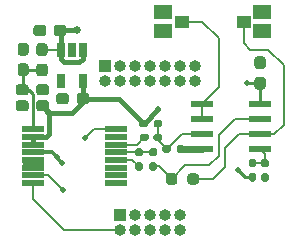
<source format=gbr>
%TF.GenerationSoftware,KiCad,Pcbnew,(5.1.8)-1*%
%TF.CreationDate,2021-11-11T12:40:01-05:00*%
%TF.ProjectId,Metal_flaw_sensor,4d657461-6c5f-4666-9c61-775f73656e73,rev?*%
%TF.SameCoordinates,Original*%
%TF.FileFunction,Copper,L1,Top*%
%TF.FilePolarity,Positive*%
%FSLAX46Y46*%
G04 Gerber Fmt 4.6, Leading zero omitted, Abs format (unit mm)*
G04 Created by KiCad (PCBNEW (5.1.8)-1) date 2021-11-11 12:40:01*
%MOMM*%
%LPD*%
G01*
G04 APERTURE LIST*
%TA.AperFunction,ComponentPad*%
%ADD10O,1.000000X1.000000*%
%TD*%
%TA.AperFunction,ComponentPad*%
%ADD11R,1.000000X1.000000*%
%TD*%
%TA.AperFunction,SMDPad,CuDef*%
%ADD12R,1.900000X0.480000*%
%TD*%
%TA.AperFunction,SMDPad,CuDef*%
%ADD13R,0.650000X1.220000*%
%TD*%
%TA.AperFunction,SMDPad,CuDef*%
%ADD14R,1.970000X0.600000*%
%TD*%
%TA.AperFunction,SMDPad,CuDef*%
%ADD15R,1.200000X1.000000*%
%TD*%
%TA.AperFunction,SMDPad,CuDef*%
%ADD16R,1.500000X1.200000*%
%TD*%
%TA.AperFunction,ViaPad*%
%ADD17C,0.508000*%
%TD*%
%TA.AperFunction,ViaPad*%
%ADD18C,0.635000*%
%TD*%
%TA.AperFunction,Conductor*%
%ADD19C,0.254000*%
%TD*%
%TA.AperFunction,Conductor*%
%ADD20C,0.558800*%
%TD*%
%TA.AperFunction,Conductor*%
%ADD21C,0.381000*%
%TD*%
%TA.AperFunction,Conductor*%
%ADD22C,0.508000*%
%TD*%
%TA.AperFunction,Conductor*%
%ADD23C,0.152400*%
%TD*%
%TA.AperFunction,Conductor*%
%ADD24C,0.304800*%
%TD*%
%TA.AperFunction,Conductor*%
%ADD25C,0.100000*%
%TD*%
G04 APERTURE END LIST*
D10*
%TO.P,J3,14*%
%TO.N,N/C*%
X135810000Y-109820000D03*
%TO.P,J3,13*%
X135810000Y-108550000D03*
%TO.P,J3,12*%
X134540000Y-109820000D03*
%TO.P,J3,11*%
X134540000Y-108550000D03*
%TO.P,J3,10*%
X133270000Y-109820000D03*
%TO.P,J3,9*%
X133270000Y-108550000D03*
%TO.P,J3,8*%
X132000000Y-109820000D03*
%TO.P,J3,7*%
X132000000Y-108550000D03*
%TO.P,J3,6*%
X130730000Y-109820000D03*
%TO.P,J3,5*%
X130730000Y-108550000D03*
%TO.P,J3,4*%
X129460000Y-109820000D03*
%TO.P,J3,3*%
X129460000Y-108550000D03*
%TO.P,J3,2*%
%TO.N,+3V3*%
X128190000Y-109820000D03*
D11*
%TO.P,J3,1*%
%TO.N,GND*%
X128190000Y-108550000D03*
%TD*%
D12*
%TO.P,U2,16*%
%TO.N,/SCL*%
X122105000Y-118435000D03*
%TO.P,U2,15*%
%TO.N,/SDA*%
X122105000Y-117785000D03*
%TO.P,U2,14*%
%TO.N,GND*%
X122105000Y-117135000D03*
%TO.P,U2,13*%
X122105000Y-116485000D03*
%TO.P,U2,12*%
%TO.N,GNDREF*%
X122105000Y-115835000D03*
%TO.P,U2,11*%
%TO.N,+3V0*%
X122105000Y-115185000D03*
%TO.P,U2,10*%
X122105000Y-114535000D03*
%TO.P,U2,9*%
%TO.N,VDD*%
X122105000Y-113885000D03*
%TO.P,U2,8*%
%TO.N,Net-(R7-Pad1)*%
X129115000Y-113885000D03*
%TO.P,U2,7*%
%TO.N,N/C*%
X129115000Y-114535000D03*
%TO.P,U2,6*%
%TO.N,Net-(C5-Pad2)*%
X129115000Y-115185000D03*
%TO.P,U2,5*%
%TO.N,/VIN*%
X129115000Y-115835000D03*
%TO.P,U2,4*%
%TO.N,Net-(R5-Pad1)*%
X129115000Y-116485000D03*
%TO.P,U2,3*%
%TO.N,N/C*%
X129115000Y-117135000D03*
%TO.P,U2,2*%
X129115000Y-117785000D03*
%TO.P,U2,1*%
X129115000Y-118435000D03*
%TD*%
%TO.P,C3,2*%
%TO.N,+3V0*%
%TA.AperFunction,SMDPad,CuDef*%
G36*
G01*
X141082500Y-109445000D02*
X141557500Y-109445000D01*
G75*
G02*
X141795000Y-109682500I0J-237500D01*
G01*
X141795000Y-110282500D01*
G75*
G02*
X141557500Y-110520000I-237500J0D01*
G01*
X141082500Y-110520000D01*
G75*
G02*
X140845000Y-110282500I0J237500D01*
G01*
X140845000Y-109682500D01*
G75*
G02*
X141082500Y-109445000I237500J0D01*
G01*
G37*
%TD.AperFunction*%
%TO.P,C3,1*%
%TO.N,GND*%
%TA.AperFunction,SMDPad,CuDef*%
G36*
G01*
X141082500Y-107720000D02*
X141557500Y-107720000D01*
G75*
G02*
X141795000Y-107957500I0J-237500D01*
G01*
X141795000Y-108557500D01*
G75*
G02*
X141557500Y-108795000I-237500J0D01*
G01*
X141082500Y-108795000D01*
G75*
G02*
X140845000Y-108557500I0J237500D01*
G01*
X140845000Y-107957500D01*
G75*
G02*
X141082500Y-107720000I237500J0D01*
G01*
G37*
%TD.AperFunction*%
%TD*%
%TO.P,R6,2*%
%TO.N,/VIN*%
%TA.AperFunction,SMDPad,CuDef*%
G36*
G01*
X132430000Y-116190000D02*
X132110000Y-116190000D01*
G75*
G02*
X131950000Y-116030000I0J160000D01*
G01*
X131950000Y-115635000D01*
G75*
G02*
X132110000Y-115475000I160000J0D01*
G01*
X132430000Y-115475000D01*
G75*
G02*
X132590000Y-115635000I0J-160000D01*
G01*
X132590000Y-116030000D01*
G75*
G02*
X132430000Y-116190000I-160000J0D01*
G01*
G37*
%TD.AperFunction*%
%TO.P,R6,1*%
%TO.N,Net-(R6-Pad1)*%
%TA.AperFunction,SMDPad,CuDef*%
G36*
G01*
X132430000Y-117385000D02*
X132110000Y-117385000D01*
G75*
G02*
X131950000Y-117225000I0J160000D01*
G01*
X131950000Y-116830000D01*
G75*
G02*
X132110000Y-116670000I160000J0D01*
G01*
X132430000Y-116670000D01*
G75*
G02*
X132590000Y-116830000I0J-160000D01*
G01*
X132590000Y-117225000D01*
G75*
G02*
X132430000Y-117385000I-160000J0D01*
G01*
G37*
%TD.AperFunction*%
%TD*%
%TO.P,R5,2*%
%TO.N,/VIN*%
%TA.AperFunction,SMDPad,CuDef*%
G36*
G01*
X131220000Y-116190000D02*
X130900000Y-116190000D01*
G75*
G02*
X130740000Y-116030000I0J160000D01*
G01*
X130740000Y-115635000D01*
G75*
G02*
X130900000Y-115475000I160000J0D01*
G01*
X131220000Y-115475000D01*
G75*
G02*
X131380000Y-115635000I0J-160000D01*
G01*
X131380000Y-116030000D01*
G75*
G02*
X131220000Y-116190000I-160000J0D01*
G01*
G37*
%TD.AperFunction*%
%TO.P,R5,1*%
%TO.N,Net-(R5-Pad1)*%
%TA.AperFunction,SMDPad,CuDef*%
G36*
G01*
X131220000Y-117385000D02*
X130900000Y-117385000D01*
G75*
G02*
X130740000Y-117225000I0J160000D01*
G01*
X130740000Y-116830000D01*
G75*
G02*
X130900000Y-116670000I160000J0D01*
G01*
X131220000Y-116670000D01*
G75*
G02*
X131380000Y-116830000I0J-160000D01*
G01*
X131380000Y-117225000D01*
G75*
G02*
X131220000Y-117385000I-160000J0D01*
G01*
G37*
%TD.AperFunction*%
%TD*%
%TO.P,R4,2*%
%TO.N,Net-(C5-Pad1)*%
%TA.AperFunction,SMDPad,CuDef*%
G36*
G01*
X133770000Y-115410000D02*
X133770000Y-115730000D01*
G75*
G02*
X133610000Y-115890000I-160000J0D01*
G01*
X133215000Y-115890000D01*
G75*
G02*
X133055000Y-115730000I0J160000D01*
G01*
X133055000Y-115410000D01*
G75*
G02*
X133215000Y-115250000I160000J0D01*
G01*
X133610000Y-115250000D01*
G75*
G02*
X133770000Y-115410000I0J-160000D01*
G01*
G37*
%TD.AperFunction*%
%TO.P,R4,1*%
%TO.N,GND*%
%TA.AperFunction,SMDPad,CuDef*%
G36*
G01*
X134965000Y-115410000D02*
X134965000Y-115730000D01*
G75*
G02*
X134805000Y-115890000I-160000J0D01*
G01*
X134410000Y-115890000D01*
G75*
G02*
X134250000Y-115730000I0J160000D01*
G01*
X134250000Y-115410000D01*
G75*
G02*
X134410000Y-115250000I160000J0D01*
G01*
X134805000Y-115250000D01*
G75*
G02*
X134965000Y-115410000I0J-160000D01*
G01*
G37*
%TD.AperFunction*%
%TD*%
%TO.P,R3,2*%
%TO.N,+3V0*%
%TA.AperFunction,SMDPad,CuDef*%
G36*
G01*
X131820000Y-113250000D02*
X131820000Y-113570000D01*
G75*
G02*
X131660000Y-113730000I-160000J0D01*
G01*
X131265000Y-113730000D01*
G75*
G02*
X131105000Y-113570000I0J160000D01*
G01*
X131105000Y-113250000D01*
G75*
G02*
X131265000Y-113090000I160000J0D01*
G01*
X131660000Y-113090000D01*
G75*
G02*
X131820000Y-113250000I0J-160000D01*
G01*
G37*
%TD.AperFunction*%
%TO.P,R3,1*%
%TO.N,Net-(C5-Pad1)*%
%TA.AperFunction,SMDPad,CuDef*%
G36*
G01*
X133015000Y-113250000D02*
X133015000Y-113570000D01*
G75*
G02*
X132855000Y-113730000I-160000J0D01*
G01*
X132460000Y-113730000D01*
G75*
G02*
X132300000Y-113570000I0J160000D01*
G01*
X132300000Y-113250000D01*
G75*
G02*
X132460000Y-113090000I160000J0D01*
G01*
X132855000Y-113090000D01*
G75*
G02*
X133015000Y-113250000I0J-160000D01*
G01*
G37*
%TD.AperFunction*%
%TD*%
%TO.P,R2,2*%
%TO.N,/INB_P*%
%TA.AperFunction,SMDPad,CuDef*%
G36*
G01*
X141880000Y-117120000D02*
X141560000Y-117120000D01*
G75*
G02*
X141400000Y-116960000I0J160000D01*
G01*
X141400000Y-116565000D01*
G75*
G02*
X141560000Y-116405000I160000J0D01*
G01*
X141880000Y-116405000D01*
G75*
G02*
X142040000Y-116565000I0J-160000D01*
G01*
X142040000Y-116960000D01*
G75*
G02*
X141880000Y-117120000I-160000J0D01*
G01*
G37*
%TD.AperFunction*%
%TO.P,R2,1*%
%TO.N,GND*%
%TA.AperFunction,SMDPad,CuDef*%
G36*
G01*
X141880000Y-118315000D02*
X141560000Y-118315000D01*
G75*
G02*
X141400000Y-118155000I0J160000D01*
G01*
X141400000Y-117760000D01*
G75*
G02*
X141560000Y-117600000I160000J0D01*
G01*
X141880000Y-117600000D01*
G75*
G02*
X142040000Y-117760000I0J-160000D01*
G01*
X142040000Y-118155000D01*
G75*
G02*
X141880000Y-118315000I-160000J0D01*
G01*
G37*
%TD.AperFunction*%
%TD*%
%TO.P,R1,2*%
%TO.N,+3V0*%
%TA.AperFunction,SMDPad,CuDef*%
G36*
G01*
X140520000Y-117600000D02*
X140840000Y-117600000D01*
G75*
G02*
X141000000Y-117760000I0J-160000D01*
G01*
X141000000Y-118155000D01*
G75*
G02*
X140840000Y-118315000I-160000J0D01*
G01*
X140520000Y-118315000D01*
G75*
G02*
X140360000Y-118155000I0J160000D01*
G01*
X140360000Y-117760000D01*
G75*
G02*
X140520000Y-117600000I160000J0D01*
G01*
G37*
%TD.AperFunction*%
%TO.P,R1,1*%
%TO.N,/INB_P*%
%TA.AperFunction,SMDPad,CuDef*%
G36*
G01*
X140520000Y-116405000D02*
X140840000Y-116405000D01*
G75*
G02*
X141000000Y-116565000I0J-160000D01*
G01*
X141000000Y-116960000D01*
G75*
G02*
X140840000Y-117120000I-160000J0D01*
G01*
X140520000Y-117120000D01*
G75*
G02*
X140360000Y-116960000I0J160000D01*
G01*
X140360000Y-116565000D01*
G75*
G02*
X140520000Y-116405000I160000J0D01*
G01*
G37*
%TD.AperFunction*%
%TD*%
%TO.P,C5,2*%
%TO.N,Net-(C5-Pad2)*%
%TA.AperFunction,SMDPad,CuDef*%
G36*
G01*
X131890000Y-114425000D02*
X131890000Y-114735000D01*
G75*
G02*
X131735000Y-114890000I-155000J0D01*
G01*
X131310000Y-114890000D01*
G75*
G02*
X131155000Y-114735000I0J155000D01*
G01*
X131155000Y-114425000D01*
G75*
G02*
X131310000Y-114270000I155000J0D01*
G01*
X131735000Y-114270000D01*
G75*
G02*
X131890000Y-114425000I0J-155000D01*
G01*
G37*
%TD.AperFunction*%
%TO.P,C5,1*%
%TO.N,Net-(C5-Pad1)*%
%TA.AperFunction,SMDPad,CuDef*%
G36*
G01*
X133025000Y-114425000D02*
X133025000Y-114735000D01*
G75*
G02*
X132870000Y-114890000I-155000J0D01*
G01*
X132445000Y-114890000D01*
G75*
G02*
X132290000Y-114735000I0J155000D01*
G01*
X132290000Y-114425000D01*
G75*
G02*
X132445000Y-114270000I155000J0D01*
G01*
X132870000Y-114270000D01*
G75*
G02*
X133025000Y-114425000I0J-155000D01*
G01*
G37*
%TD.AperFunction*%
%TD*%
D13*
%TO.P,U3,5*%
%TO.N,+3V0*%
X126330000Y-109760000D03*
%TO.P,U3,4*%
%TO.N,N/C*%
X124430000Y-109760000D03*
%TO.P,U3,3*%
%TO.N,+3V3*%
X124430000Y-107140000D03*
%TO.P,U3,2*%
%TO.N,GND*%
X125380000Y-107140000D03*
%TO.P,U3,1*%
%TO.N,+3V3*%
X126330000Y-107140000D03*
%TD*%
D14*
%TO.P,U1,8*%
%TO.N,+3V0*%
X141315000Y-111755000D03*
%TO.P,U1,7*%
%TO.N,Net-(R6-Pad1)*%
X141315000Y-113025000D03*
%TO.P,U1,6*%
%TO.N,/SIG_IN*%
X141315000Y-114295000D03*
%TO.P,U1,5*%
%TO.N,/INB_P*%
X141315000Y-115565000D03*
%TO.P,U1,4*%
%TO.N,GND*%
X136365000Y-115565000D03*
%TO.P,U1,3*%
%TO.N,Net-(C5-Pad1)*%
X136365000Y-114295000D03*
%TO.P,U1,2*%
%TO.N,/SIG_OUT*%
X136365000Y-113025000D03*
%TO.P,U1,1*%
X136365000Y-111755000D03*
%TD*%
%TO.P,R8,2*%
%TO.N,Net-(R6-Pad1)*%
%TA.AperFunction,SMDPad,CuDef*%
G36*
G01*
X134315000Y-117852500D02*
X134315000Y-118327500D01*
G75*
G02*
X134077500Y-118565000I-237500J0D01*
G01*
X133577500Y-118565000D01*
G75*
G02*
X133340000Y-118327500I0J237500D01*
G01*
X133340000Y-117852500D01*
G75*
G02*
X133577500Y-117615000I237500J0D01*
G01*
X134077500Y-117615000D01*
G75*
G02*
X134315000Y-117852500I0J-237500D01*
G01*
G37*
%TD.AperFunction*%
%TO.P,R8,1*%
%TO.N,/SIG_IN*%
%TA.AperFunction,SMDPad,CuDef*%
G36*
G01*
X136140000Y-117852500D02*
X136140000Y-118327500D01*
G75*
G02*
X135902500Y-118565000I-237500J0D01*
G01*
X135402500Y-118565000D01*
G75*
G02*
X135165000Y-118327500I0J237500D01*
G01*
X135165000Y-117852500D01*
G75*
G02*
X135402500Y-117615000I237500J0D01*
G01*
X135902500Y-117615000D01*
G75*
G02*
X136140000Y-117852500I0J-237500D01*
G01*
G37*
%TD.AperFunction*%
%TD*%
D10*
%TO.P,J4,10*%
%TO.N,N/C*%
X134540000Y-122440000D03*
%TO.P,J4,9*%
X134540000Y-121170000D03*
%TO.P,J4,8*%
X133270000Y-122440000D03*
%TO.P,J4,7*%
X133270000Y-121170000D03*
%TO.P,J4,6*%
X132000000Y-122440000D03*
%TO.P,J4,5*%
X132000000Y-121170000D03*
%TO.P,J4,4*%
%TO.N,/SDA*%
X130730000Y-122440000D03*
%TO.P,J4,3*%
%TO.N,N/C*%
X130730000Y-121170000D03*
%TO.P,J4,2*%
%TO.N,/SCL*%
X129460000Y-122440000D03*
D11*
%TO.P,J4,1*%
%TO.N,N/C*%
X129460000Y-121170000D03*
%TD*%
D15*
%TO.P,J2,1*%
%TO.N,/SIG_IN*%
X139930000Y-104780000D03*
D16*
%TO.P,J2,2*%
%TO.N,GND*%
X141520000Y-105580000D03*
X141520000Y-103980000D03*
%TD*%
D15*
%TO.P,J1,1*%
%TO.N,/SIG_OUT*%
X134720000Y-104780000D03*
D16*
%TO.P,J1,2*%
%TO.N,GND*%
X133130000Y-103980000D03*
X133130000Y-105580000D03*
%TD*%
%TO.P,FB1,2*%
%TO.N,+3V3*%
%TA.AperFunction,SMDPad,CuDef*%
G36*
G01*
X123087500Y-107675000D02*
X122612500Y-107675000D01*
G75*
G02*
X122375000Y-107437500I0J237500D01*
G01*
X122375000Y-106837500D01*
G75*
G02*
X122612500Y-106600000I237500J0D01*
G01*
X123087500Y-106600000D01*
G75*
G02*
X123325000Y-106837500I0J-237500D01*
G01*
X123325000Y-107437500D01*
G75*
G02*
X123087500Y-107675000I-237500J0D01*
G01*
G37*
%TD.AperFunction*%
%TO.P,FB1,1*%
%TO.N,VDD*%
%TA.AperFunction,SMDPad,CuDef*%
G36*
G01*
X123087500Y-109400000D02*
X122612500Y-109400000D01*
G75*
G02*
X122375000Y-109162500I0J237500D01*
G01*
X122375000Y-108562500D01*
G75*
G02*
X122612500Y-108325000I237500J0D01*
G01*
X123087500Y-108325000D01*
G75*
G02*
X123325000Y-108562500I0J-237500D01*
G01*
X123325000Y-109162500D01*
G75*
G02*
X123087500Y-109400000I-237500J0D01*
G01*
G37*
%TD.AperFunction*%
%TD*%
%TO.P,C8,2*%
%TO.N,+3V0*%
%TA.AperFunction,SMDPad,CuDef*%
G36*
G01*
X125785000Y-111527500D02*
X125785000Y-111052500D01*
G75*
G02*
X126022500Y-110815000I237500J0D01*
G01*
X126622500Y-110815000D01*
G75*
G02*
X126860000Y-111052500I0J-237500D01*
G01*
X126860000Y-111527500D01*
G75*
G02*
X126622500Y-111765000I-237500J0D01*
G01*
X126022500Y-111765000D01*
G75*
G02*
X125785000Y-111527500I0J237500D01*
G01*
G37*
%TD.AperFunction*%
%TO.P,C8,1*%
%TO.N,GND*%
%TA.AperFunction,SMDPad,CuDef*%
G36*
G01*
X124060000Y-111527500D02*
X124060000Y-111052500D01*
G75*
G02*
X124297500Y-110815000I237500J0D01*
G01*
X124897500Y-110815000D01*
G75*
G02*
X125135000Y-111052500I0J-237500D01*
G01*
X125135000Y-111527500D01*
G75*
G02*
X124897500Y-111765000I-237500J0D01*
G01*
X124297500Y-111765000D01*
G75*
G02*
X124060000Y-111527500I0J237500D01*
G01*
G37*
%TD.AperFunction*%
%TD*%
%TO.P,C7,2*%
%TO.N,+3V3*%
%TA.AperFunction,SMDPad,CuDef*%
G36*
G01*
X123855000Y-105767500D02*
X123855000Y-105292500D01*
G75*
G02*
X124092500Y-105055000I237500J0D01*
G01*
X124692500Y-105055000D01*
G75*
G02*
X124930000Y-105292500I0J-237500D01*
G01*
X124930000Y-105767500D01*
G75*
G02*
X124692500Y-106005000I-237500J0D01*
G01*
X124092500Y-106005000D01*
G75*
G02*
X123855000Y-105767500I0J237500D01*
G01*
G37*
%TD.AperFunction*%
%TO.P,C7,1*%
%TO.N,GND*%
%TA.AperFunction,SMDPad,CuDef*%
G36*
G01*
X122130000Y-105767500D02*
X122130000Y-105292500D01*
G75*
G02*
X122367500Y-105055000I237500J0D01*
G01*
X122967500Y-105055000D01*
G75*
G02*
X123205000Y-105292500I0J-237500D01*
G01*
X123205000Y-105767500D01*
G75*
G02*
X122967500Y-106005000I-237500J0D01*
G01*
X122367500Y-106005000D01*
G75*
G02*
X122130000Y-105767500I0J237500D01*
G01*
G37*
%TD.AperFunction*%
%TD*%
%TO.P,C4,2*%
%TO.N,+3V0*%
%TA.AperFunction,SMDPad,CuDef*%
G36*
G01*
X122365000Y-112137500D02*
X122365000Y-111662500D01*
G75*
G02*
X122602500Y-111425000I237500J0D01*
G01*
X123202500Y-111425000D01*
G75*
G02*
X123440000Y-111662500I0J-237500D01*
G01*
X123440000Y-112137500D01*
G75*
G02*
X123202500Y-112375000I-237500J0D01*
G01*
X122602500Y-112375000D01*
G75*
G02*
X122365000Y-112137500I0J237500D01*
G01*
G37*
%TD.AperFunction*%
%TO.P,C4,1*%
%TO.N,GND*%
%TA.AperFunction,SMDPad,CuDef*%
G36*
G01*
X120640000Y-112137500D02*
X120640000Y-111662500D01*
G75*
G02*
X120877500Y-111425000I237500J0D01*
G01*
X121477500Y-111425000D01*
G75*
G02*
X121715000Y-111662500I0J-237500D01*
G01*
X121715000Y-112137500D01*
G75*
G02*
X121477500Y-112375000I-237500J0D01*
G01*
X120877500Y-112375000D01*
G75*
G02*
X120640000Y-112137500I0J237500D01*
G01*
G37*
%TD.AperFunction*%
%TD*%
%TO.P,C2,2*%
%TO.N,VDD*%
%TA.AperFunction,SMDPad,CuDef*%
G36*
G01*
X121022500Y-108305000D02*
X121497500Y-108305000D01*
G75*
G02*
X121735000Y-108542500I0J-237500D01*
G01*
X121735000Y-109142500D01*
G75*
G02*
X121497500Y-109380000I-237500J0D01*
G01*
X121022500Y-109380000D01*
G75*
G02*
X120785000Y-109142500I0J237500D01*
G01*
X120785000Y-108542500D01*
G75*
G02*
X121022500Y-108305000I237500J0D01*
G01*
G37*
%TD.AperFunction*%
%TO.P,C2,1*%
%TO.N,GND*%
%TA.AperFunction,SMDPad,CuDef*%
G36*
G01*
X121022500Y-106580000D02*
X121497500Y-106580000D01*
G75*
G02*
X121735000Y-106817500I0J-237500D01*
G01*
X121735000Y-107417500D01*
G75*
G02*
X121497500Y-107655000I-237500J0D01*
G01*
X121022500Y-107655000D01*
G75*
G02*
X120785000Y-107417500I0J237500D01*
G01*
X120785000Y-106817500D01*
G75*
G02*
X121022500Y-106580000I237500J0D01*
G01*
G37*
%TD.AperFunction*%
%TD*%
%TO.P,C1,2*%
%TO.N,VDD*%
%TA.AperFunction,SMDPad,CuDef*%
G36*
G01*
X121715000Y-110312500D02*
X121715000Y-110787500D01*
G75*
G02*
X121477500Y-111025000I-237500J0D01*
G01*
X120877500Y-111025000D01*
G75*
G02*
X120640000Y-110787500I0J237500D01*
G01*
X120640000Y-110312500D01*
G75*
G02*
X120877500Y-110075000I237500J0D01*
G01*
X121477500Y-110075000D01*
G75*
G02*
X121715000Y-110312500I0J-237500D01*
G01*
G37*
%TD.AperFunction*%
%TO.P,C1,1*%
%TO.N,GND*%
%TA.AperFunction,SMDPad,CuDef*%
G36*
G01*
X123440000Y-110312500D02*
X123440000Y-110787500D01*
G75*
G02*
X123202500Y-111025000I-237500J0D01*
G01*
X122602500Y-111025000D01*
G75*
G02*
X122365000Y-110787500I0J237500D01*
G01*
X122365000Y-110312500D01*
G75*
G02*
X122602500Y-110075000I237500J0D01*
G01*
X123202500Y-110075000D01*
G75*
G02*
X123440000Y-110312500I0J-237500D01*
G01*
G37*
%TD.AperFunction*%
%TD*%
D17*
%TO.N,GND*%
X141730000Y-117960000D03*
X121170000Y-111900000D03*
X124610000Y-111360000D03*
X122910000Y-110550000D03*
X121270000Y-107130000D03*
X125410000Y-107470000D03*
X125390000Y-106810000D03*
X122690000Y-105540000D03*
X141340000Y-108250000D03*
X141050000Y-105900000D03*
X141990000Y-105900000D03*
X141990000Y-105270000D03*
X141060000Y-105290000D03*
X141060000Y-104280000D03*
X141970000Y-104290000D03*
X141970000Y-103680000D03*
X141070000Y-103680000D03*
X132690000Y-105890000D03*
X133590000Y-105910000D03*
X133580000Y-105280000D03*
X132690000Y-105270000D03*
X132650000Y-103690000D03*
X132670000Y-104300000D03*
X133580000Y-104300000D03*
X133570000Y-103700000D03*
X135170000Y-115570000D03*
X121600000Y-116800000D03*
X122600000Y-116800000D03*
%TO.N,+3V0*%
X139430000Y-117310000D03*
X132671250Y-112201250D03*
X140210000Y-109980000D03*
D18*
%TO.N,+3V3*%
X125780000Y-105490000D03*
D17*
%TO.N,GNDREF*%
X124100000Y-116200000D03*
X124540000Y-116730000D03*
%TO.N,/SDA*%
X124600000Y-119000000D03*
%TO.N,Net-(R7-Pad1)*%
X126502496Y-114637504D03*
%TD*%
D19*
%TO.N,VDD*%
X121280000Y-108862500D02*
X121260000Y-108842500D01*
X122850000Y-108862500D02*
X121280000Y-108862500D01*
X121260000Y-110467500D02*
X121177500Y-110550000D01*
X121260000Y-108842500D02*
X121260000Y-110467500D01*
X122085590Y-113865590D02*
X122105000Y-113885000D01*
X122085590Y-110920590D02*
X122085590Y-113865590D01*
X121715000Y-110550000D02*
X122085590Y-110920590D01*
X121177500Y-110550000D02*
X121715000Y-110550000D01*
D20*
%TO.N,GND*%
X136360000Y-115570000D02*
X136365000Y-115565000D01*
X135170000Y-115570000D02*
X136360000Y-115570000D01*
X134607500Y-115570000D02*
X135170000Y-115570000D01*
D21*
%TO.N,+3V0*%
X126330000Y-111282500D02*
X126322500Y-111290000D01*
X126330000Y-109760000D02*
X126330000Y-111282500D01*
X122105000Y-114535000D02*
X122105000Y-115185000D01*
D19*
X140680000Y-117957500D02*
X140077500Y-117957500D01*
X140077500Y-117957500D02*
X139430000Y-117310000D01*
D21*
X131462500Y-113410000D02*
X132671250Y-112201250D01*
D19*
X141325000Y-111755000D02*
X141325000Y-109987500D01*
X140210000Y-109980000D02*
X141317500Y-109980000D01*
X141317500Y-109980000D02*
X141320000Y-109982500D01*
D21*
X129342500Y-111290000D02*
X131462500Y-113410000D01*
X126322500Y-111290000D02*
X129342500Y-111290000D01*
X126322500Y-111290000D02*
X126322500Y-111567500D01*
X126322500Y-111567500D02*
X125420000Y-112470000D01*
X125420000Y-112470000D02*
X123472500Y-112470000D01*
D22*
X123472500Y-112470000D02*
X122902500Y-111900000D01*
D21*
X123472500Y-112470000D02*
X123472500Y-114277500D01*
X123215000Y-114535000D02*
X122105000Y-114535000D01*
X123472500Y-114277500D02*
X123215000Y-114535000D01*
D23*
%TO.N,Net-(C5-Pad2)*%
X130917500Y-115185000D02*
X131522500Y-114580000D01*
X129115000Y-115185000D02*
X130917500Y-115185000D01*
%TO.N,Net-(C5-Pad1)*%
X132657500Y-114580000D02*
X132657500Y-113410000D01*
X132657500Y-114815000D02*
X133412500Y-115570000D01*
X132657500Y-114580000D02*
X132657500Y-114815000D01*
X134687500Y-114295000D02*
X133412500Y-115570000D01*
X136365000Y-114295000D02*
X134687500Y-114295000D01*
%TO.N,+3V3*%
X125777500Y-105492500D02*
X125780000Y-105490000D01*
D21*
X124430000Y-105492500D02*
X125777500Y-105492500D01*
X124430000Y-105492500D02*
X124430000Y-107140000D01*
X124430000Y-107140000D02*
X124430000Y-107940000D01*
X126030000Y-108230000D02*
X126330000Y-107930000D01*
X126330000Y-107930000D02*
X126330000Y-107140000D01*
X124720000Y-108230000D02*
X126030000Y-108230000D01*
X124430000Y-107940000D02*
X124720000Y-108230000D01*
D23*
X124427500Y-107137500D02*
X124430000Y-107140000D01*
X122850000Y-107137500D02*
X124427500Y-107137500D01*
%TO.N,/SIG_OUT*%
X136365000Y-111755000D02*
X136365000Y-113025000D01*
X134720000Y-104780000D02*
X136440000Y-104780000D01*
X136440000Y-104780000D02*
X137820000Y-106160000D01*
X137820000Y-110300000D02*
X136365000Y-111755000D01*
X137820000Y-106160000D02*
X137820000Y-110300000D01*
%TO.N,/SIG_IN*%
X141315000Y-114295000D02*
X139575000Y-114295000D01*
X139575000Y-114295000D02*
X138370000Y-115500000D01*
X138370000Y-115500000D02*
X138370000Y-117080000D01*
X137360000Y-118090000D02*
X135652500Y-118090000D01*
X138370000Y-117080000D02*
X137360000Y-118090000D01*
X141315000Y-114295000D02*
X142525000Y-114295000D01*
X142525000Y-114295000D02*
X143320000Y-113500000D01*
X143320000Y-113500000D02*
X143320000Y-108470000D01*
X143320000Y-108470000D02*
X142000000Y-107150000D01*
X142000000Y-107150000D02*
X140490000Y-107150000D01*
X139930000Y-106590000D02*
X139930000Y-104810000D01*
X140490000Y-107150000D02*
X139930000Y-106590000D01*
D24*
%TO.N,GNDREF*%
X124100000Y-116200000D02*
X124100000Y-116290000D01*
X124100000Y-116290000D02*
X124540000Y-116730000D01*
X123735000Y-115835000D02*
X124100000Y-116200000D01*
X122105000Y-115835000D02*
X123735000Y-115835000D01*
D23*
%TO.N,/SCL*%
X122105000Y-118435000D02*
X122105000Y-119825000D01*
X124720000Y-122440000D02*
X129460000Y-122440000D01*
X122105000Y-119825000D02*
X124720000Y-122440000D01*
%TO.N,/SDA*%
X123385000Y-117785000D02*
X122105000Y-117785000D01*
X124600000Y-119000000D02*
X123385000Y-117785000D01*
%TO.N,/INB_P*%
X140680000Y-116762500D02*
X141720000Y-116762500D01*
X141720000Y-115970000D02*
X141315000Y-115565000D01*
X141720000Y-116762500D02*
X141720000Y-115970000D01*
%TO.N,/VIN*%
X131057500Y-115835000D02*
X131060000Y-115832500D01*
X129115000Y-115835000D02*
X131057500Y-115835000D01*
X131060000Y-115832500D02*
X132270000Y-115832500D01*
%TO.N,Net-(R5-Pad1)*%
X130517500Y-116485000D02*
X131060000Y-117027500D01*
X129115000Y-116485000D02*
X130517500Y-116485000D01*
%TO.N,Net-(R6-Pad1)*%
X132765000Y-117027500D02*
X133827500Y-118090000D01*
X132270000Y-117027500D02*
X132765000Y-117027500D01*
X141315000Y-113025000D02*
X139185000Y-113025000D01*
X139185000Y-113025000D02*
X137810000Y-114400000D01*
X137810000Y-114400000D02*
X137810000Y-116150000D01*
X137810000Y-116150000D02*
X137020000Y-116940000D01*
X134977500Y-116940000D02*
X133827500Y-118090000D01*
X137020000Y-116940000D02*
X134977500Y-116940000D01*
%TO.N,Net-(R7-Pad1)*%
X127255000Y-113885000D02*
X126502496Y-114637504D01*
X129115000Y-113885000D02*
X127255000Y-113885000D01*
%TD*%
D19*
%TO.N,GND*%
X122873000Y-117173000D02*
X121327000Y-117173000D01*
X121327000Y-116427000D01*
X122873000Y-116427000D01*
X122873000Y-117173000D01*
%TA.AperFunction,Conductor*%
D25*
G36*
X122873000Y-117173000D02*
G01*
X121327000Y-117173000D01*
X121327000Y-116427000D01*
X122873000Y-116427000D01*
X122873000Y-117173000D01*
G37*
%TD.AperFunction*%
%TD*%
M02*

</source>
